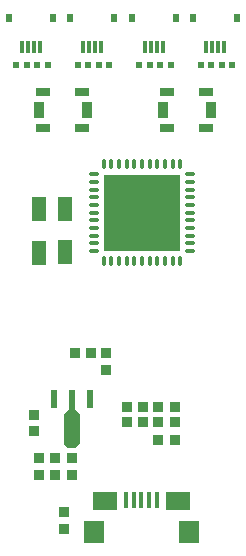
<source format=gtp>
%FSLAX25Y25*%
%MOIN*%
G70*
G01*
G75*
G04 Layer_Color=8421504*
%ADD10R,0.03600X0.03600*%
%ADD11R,0.03600X0.03600*%
%ADD12R,0.07087X0.07480*%
%ADD13R,0.01575X0.05315*%
%ADD14R,0.08268X0.06299*%
%ADD15R,0.25787X0.25787*%
%ADD16O,0.01378X0.03937*%
%ADD17O,0.03937X0.01378*%
%ADD18R,0.02200X0.02200*%
%ADD19R,0.01181X0.03937*%
%ADD20R,0.01969X0.03150*%
%ADD21R,0.04724X0.07874*%
%ADD22R,0.04528X0.02953*%
%ADD23R,0.03740X0.05512*%
%ADD24R,0.02362X0.06299*%
%ADD25R,0.02362X0.07087*%
%ADD26C,0.00600*%
%ADD27C,0.01500*%
%ADD28C,0.01000*%
%ADD29C,0.00800*%
%ADD30C,0.01200*%
%ADD31C,0.03500*%
%ADD32C,0.01300*%
%ADD33C,0.02500*%
%ADD34C,0.02300*%
%ADD35C,0.02000*%
%ADD36C,0.05906*%
%ADD37R,0.05906X0.05906*%
%ADD38C,0.02500*%
%ADD39R,0.02200X0.02200*%
%ADD40R,0.03937X0.01260*%
%ADD41R,0.01260X0.03937*%
%ADD42R,0.09449X0.09449*%
%ADD43R,0.01963X0.04400*%
%ADD44R,0.03700X0.01600*%
%ADD45C,0.00984*%
%ADD46C,0.00787*%
G36*
X35559Y45079D02*
Y35236D01*
X34181Y33858D01*
X31819D01*
X30441Y35236D01*
Y45079D01*
X31819Y46457D01*
X34181D01*
X35559Y45079D01*
D02*
G37*
D10*
X44500Y60000D02*
D03*
Y65500D02*
D03*
X33000Y30500D02*
D03*
Y25000D02*
D03*
X30500Y12500D02*
D03*
Y7000D02*
D03*
X20500Y45000D02*
D03*
Y39500D02*
D03*
D11*
X39500Y65500D02*
D03*
X34000D02*
D03*
X27500Y30500D02*
D03*
X22000D02*
D03*
X27500Y25000D02*
D03*
X22000D02*
D03*
X51335Y42500D02*
D03*
X56835D02*
D03*
X51335Y47500D02*
D03*
X56835D02*
D03*
X67335Y36665D02*
D03*
X61835D02*
D03*
Y42500D02*
D03*
X67335D02*
D03*
X61835Y47500D02*
D03*
X67335D02*
D03*
D12*
X71866Y6067D02*
D03*
X40370D02*
D03*
D13*
X51000Y16500D02*
D03*
X53559D02*
D03*
X56118D02*
D03*
X58677D02*
D03*
X61236D02*
D03*
D14*
X43913Y16106D02*
D03*
X68323D02*
D03*
D15*
X56339Y112341D02*
D03*
D16*
X69134Y96200D02*
D03*
X66575D02*
D03*
X64016D02*
D03*
X61457D02*
D03*
X58898D02*
D03*
X56339D02*
D03*
X53780D02*
D03*
X51221D02*
D03*
X48662D02*
D03*
X46103D02*
D03*
X43543D02*
D03*
Y128483D02*
D03*
X46103D02*
D03*
X48662D02*
D03*
X51221D02*
D03*
X53780D02*
D03*
X56339D02*
D03*
X58898D02*
D03*
X61457D02*
D03*
X64016D02*
D03*
X66575D02*
D03*
X69134D02*
D03*
D17*
X40197Y99546D02*
D03*
Y102105D02*
D03*
Y104664D02*
D03*
Y107223D02*
D03*
Y109782D02*
D03*
Y112341D02*
D03*
Y114900D02*
D03*
Y117459D02*
D03*
Y120018D02*
D03*
Y122578D02*
D03*
Y125137D02*
D03*
X72481D02*
D03*
Y122578D02*
D03*
Y120018D02*
D03*
Y117459D02*
D03*
Y114900D02*
D03*
Y112341D02*
D03*
Y109782D02*
D03*
Y107223D02*
D03*
Y104664D02*
D03*
Y102105D02*
D03*
Y99546D02*
D03*
D18*
X86500Y161500D02*
D03*
X83000D02*
D03*
X79500D02*
D03*
X76000D02*
D03*
X66000D02*
D03*
X62500D02*
D03*
X59000D02*
D03*
X55500D02*
D03*
X45500D02*
D03*
X42000D02*
D03*
X38500D02*
D03*
X35000D02*
D03*
X25000D02*
D03*
X21500D02*
D03*
X18000D02*
D03*
X14500D02*
D03*
D19*
X83700Y167500D02*
D03*
X81731D02*
D03*
X79763D02*
D03*
X77794D02*
D03*
X63200D02*
D03*
X61231D02*
D03*
X59263D02*
D03*
X57294D02*
D03*
X42700D02*
D03*
X40731D02*
D03*
X38763D02*
D03*
X36794D02*
D03*
X22200D02*
D03*
X20232D02*
D03*
X18263D02*
D03*
X16295D02*
D03*
D20*
X88031Y177342D02*
D03*
X73464D02*
D03*
X67531D02*
D03*
X52964D02*
D03*
X47031D02*
D03*
X32464D02*
D03*
X26531D02*
D03*
X11964D02*
D03*
D21*
X22008Y113625D02*
D03*
X30670D02*
D03*
X30670Y99156D02*
D03*
X22008Y99058D02*
D03*
D22*
X77810Y152624D02*
D03*
X64810D02*
D03*
X77810Y140624D02*
D03*
X64810D02*
D03*
X23500Y140500D02*
D03*
X36500D02*
D03*
X23500Y152500D02*
D03*
X36500D02*
D03*
D23*
X79310Y146624D02*
D03*
X63310D02*
D03*
X22000Y146500D02*
D03*
X38000D02*
D03*
D24*
X27095Y50394D02*
D03*
X38906D02*
D03*
D25*
X33000Y50000D02*
D03*
M02*

</source>
